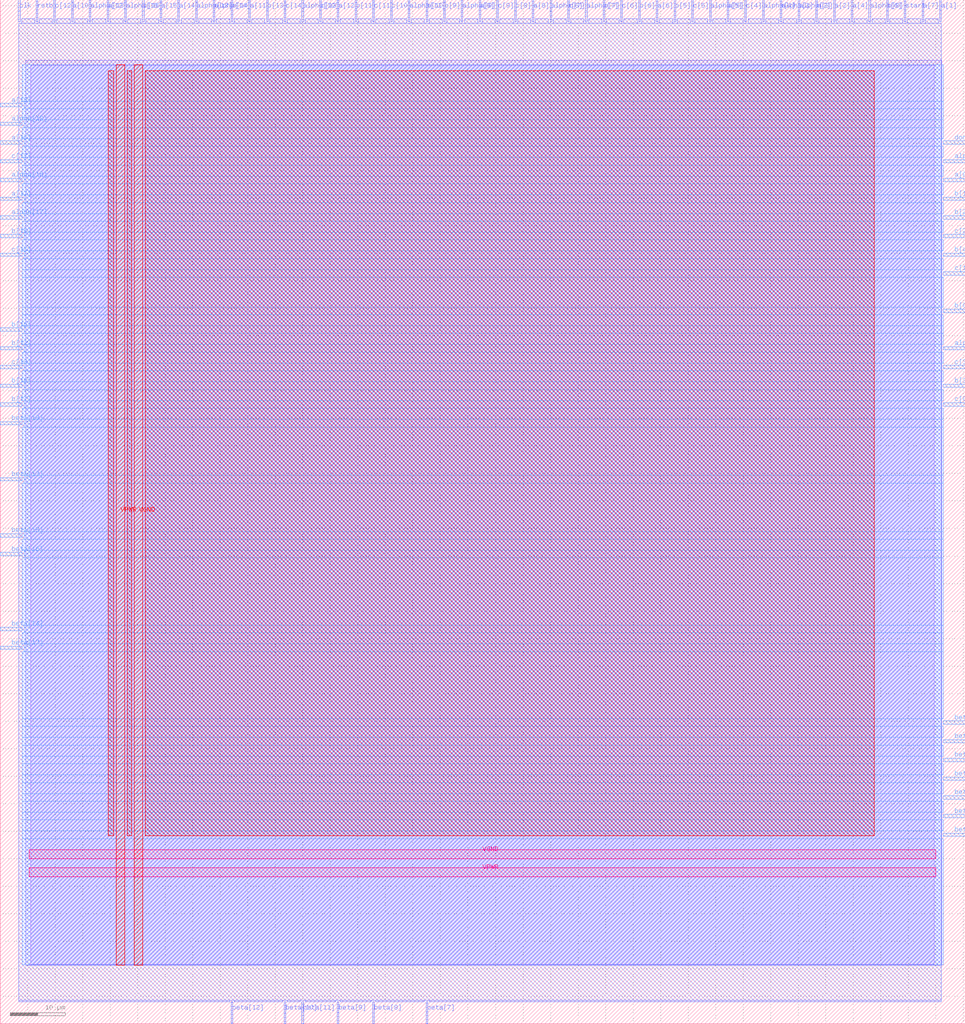
<source format=lef>
VERSION 5.7 ;
  NOWIREEXTENSIONATPIN ON ;
  DIVIDERCHAR "/" ;
  BUSBITCHARS "[]" ;
MACRO inverse_clarke
  CLASS BLOCK ;
  FOREIGN inverse_clarke ;
  ORIGIN 0.000 0.000 ;
  SIZE 175.365 BY 186.085 ;
  PIN VGND
    DIRECTION INOUT ;
    USE GROUND ;
    PORT
      LAYER met4 ;
        RECT 24.340 10.640 25.940 174.320 ;
    END
    PORT
      LAYER met5 ;
        RECT 5.280 30.030 169.980 31.630 ;
    END
  END VGND
  PIN VPWR
    DIRECTION INOUT ;
    USE POWER ;
    PORT
      LAYER met4 ;
        RECT 21.040 10.640 22.640 174.320 ;
    END
    PORT
      LAYER met5 ;
        RECT 5.280 26.730 169.980 28.330 ;
    END
  END VPWR
  PIN a[0]
    DIRECTION OUTPUT ;
    USE SIGNAL ;
    ANTENNADIFFAREA 0.795200 ;
    PORT
      LAYER met3 ;
        RECT 171.365 153.040 175.365 153.640 ;
    END
  END a[0]
  PIN a[10]
    DIRECTION OUTPUT ;
    USE SIGNAL ;
    ANTENNADIFFAREA 0.795200 ;
    PORT
      LAYER met2 ;
        RECT 12.970 182.085 13.250 186.085 ;
    END
  END a[10]
  PIN a[11]
    DIRECTION OUTPUT ;
    USE SIGNAL ;
    ANTENNADIFFAREA 0.445500 ;
    PORT
      LAYER met2 ;
        RECT 45.170 182.085 45.450 186.085 ;
    END
  END a[11]
  PIN a[12]
    DIRECTION OUTPUT ;
    USE SIGNAL ;
    ANTENNADIFFAREA 0.795200 ;
    PORT
      LAYER met2 ;
        RECT 61.270 182.085 61.550 186.085 ;
    END
  END a[12]
  PIN a[13]
    DIRECTION OUTPUT ;
    USE SIGNAL ;
    ANTENNADIFFAREA 0.795200 ;
    PORT
      LAYER met2 ;
        RECT 19.410 182.085 19.690 186.085 ;
    END
  END a[13]
  PIN a[14]
    DIRECTION OUTPUT ;
    USE SIGNAL ;
    ANTENNADIFFAREA 0.795200 ;
    PORT
      LAYER met2 ;
        RECT 32.290 182.085 32.570 186.085 ;
    END
  END a[14]
  PIN a[15]
    DIRECTION OUTPUT ;
    USE SIGNAL ;
    ANTENNADIFFAREA 0.795200 ;
    PORT
      LAYER met2 ;
        RECT 29.070 182.085 29.350 186.085 ;
    END
  END a[15]
  PIN a[16]
    DIRECTION OUTPUT ;
    USE SIGNAL ;
    ANTENNADIFFAREA 0.795200 ;
    PORT
      LAYER met3 ;
        RECT 0.000 159.840 4.000 160.440 ;
    END
  END a[16]
  PIN a[17]
    DIRECTION OUTPUT ;
    USE SIGNAL ;
    ANTENNADIFFAREA 0.795200 ;
    PORT
      LAYER met3 ;
        RECT 0.000 149.640 4.000 150.240 ;
    END
  END a[17]
  PIN a[18]
    DIRECTION OUTPUT ;
    USE SIGNAL ;
    ANTENNADIFFAREA 0.795200 ;
    PORT
      LAYER met3 ;
        RECT 0.000 166.640 4.000 167.240 ;
    END
  END a[18]
  PIN a[1]
    DIRECTION OUTPUT ;
    USE SIGNAL ;
    ANTENNADIFFAREA 0.795200 ;
    PORT
      LAYER met2 ;
        RECT 170.750 182.085 171.030 186.085 ;
    END
  END a[1]
  PIN a[2]
    DIRECTION OUTPUT ;
    USE SIGNAL ;
    ANTENNADIFFAREA 0.795200 ;
    PORT
      LAYER met2 ;
        RECT 151.430 182.085 151.710 186.085 ;
    END
  END a[2]
  PIN a[3]
    DIRECTION OUTPUT ;
    USE SIGNAL ;
    ANTENNADIFFAREA 0.795200 ;
    PORT
      LAYER met2 ;
        RECT 148.210 182.085 148.490 186.085 ;
    END
  END a[3]
  PIN a[4]
    DIRECTION OUTPUT ;
    USE SIGNAL ;
    ANTENNADIFFAREA 0.795200 ;
    PORT
      LAYER met2 ;
        RECT 154.650 182.085 154.930 186.085 ;
    END
  END a[4]
  PIN a[5]
    DIRECTION OUTPUT ;
    USE SIGNAL ;
    ANTENNADIFFAREA 0.795200 ;
    PORT
      LAYER met2 ;
        RECT 132.110 182.085 132.390 186.085 ;
    END
  END a[5]
  PIN a[6]
    DIRECTION OUTPUT ;
    USE SIGNAL ;
    ANTENNADIFFAREA 0.795200 ;
    PORT
      LAYER met2 ;
        RECT 119.230 182.085 119.510 186.085 ;
    END
  END a[6]
  PIN a[7]
    DIRECTION OUTPUT ;
    USE SIGNAL ;
    ANTENNADIFFAREA 0.795200 ;
    PORT
      LAYER met2 ;
        RECT 167.530 182.085 167.810 186.085 ;
    END
  END a[7]
  PIN a[8]
    DIRECTION OUTPUT ;
    USE SIGNAL ;
    ANTENNADIFFAREA 0.795200 ;
    PORT
      LAYER met2 ;
        RECT 96.690 182.085 96.970 186.085 ;
    END
  END a[8]
  PIN a[9]
    DIRECTION OUTPUT ;
    USE SIGNAL ;
    ANTENNADIFFAREA 0.795200 ;
    PORT
      LAYER met2 ;
        RECT 87.030 182.085 87.310 186.085 ;
    END
  END a[9]
  PIN alpha[0]
    DIRECTION INPUT ;
    USE SIGNAL ;
    ANTENNAGATEAREA 0.196500 ;
    PORT
      LAYER met3 ;
        RECT 171.365 122.440 175.365 123.040 ;
    END
  END alpha[0]
  PIN alpha[10]
    DIRECTION INPUT ;
    USE SIGNAL ;
    ANTENNAGATEAREA 0.213000 ;
    PORT
      LAYER met2 ;
        RECT 54.830 182.085 55.110 186.085 ;
    END
  END alpha[10]
  PIN alpha[11]
    DIRECTION INPUT ;
    USE SIGNAL ;
    ANTENNAGATEAREA 0.196500 ;
    PORT
      LAYER met2 ;
        RECT 74.150 182.085 74.430 186.085 ;
    END
  END alpha[11]
  PIN alpha[12]
    DIRECTION INPUT ;
    USE SIGNAL ;
    ANTENNAGATEAREA 0.196500 ;
    PORT
      LAYER met2 ;
        RECT 16.190 182.085 16.470 186.085 ;
    END
  END alpha[12]
  PIN alpha[13]
    DIRECTION INPUT ;
    USE SIGNAL ;
    ANTENNAGATEAREA 0.159000 ;
    PORT
      LAYER met2 ;
        RECT 35.510 182.085 35.790 186.085 ;
    END
  END alpha[13]
  PIN alpha[14]
    DIRECTION INPUT ;
    USE SIGNAL ;
    ANTENNAGATEAREA 0.196500 ;
    PORT
      LAYER met2 ;
        RECT 38.730 182.085 39.010 186.085 ;
    END
  END alpha[14]
  PIN alpha[15]
    DIRECTION INPUT ;
    USE SIGNAL ;
    ANTENNAGATEAREA 0.196500 ;
    PORT
      LAYER met2 ;
        RECT 22.630 182.085 22.910 186.085 ;
    END
  END alpha[15]
  PIN alpha[16]
    DIRECTION INPUT ;
    USE SIGNAL ;
    ANTENNAGATEAREA 0.196500 ;
    PORT
      LAYER met3 ;
        RECT 0.000 153.040 4.000 153.640 ;
    END
  END alpha[16]
  PIN alpha[17]
    DIRECTION INPUT ;
    USE SIGNAL ;
    ANTENNAGATEAREA 0.196500 ;
    PORT
      LAYER met3 ;
        RECT 0.000 146.240 4.000 146.840 ;
    END
  END alpha[17]
  PIN alpha[18]
    DIRECTION INPUT ;
    USE SIGNAL ;
    ANTENNAGATEAREA 0.196500 ;
    PORT
      LAYER met3 ;
        RECT 0.000 163.240 4.000 163.840 ;
    END
  END alpha[18]
  PIN alpha[1]
    DIRECTION INPUT ;
    USE SIGNAL ;
    ANTENNAGATEAREA 0.196500 ;
    PORT
      LAYER met3 ;
        RECT 171.365 156.440 175.365 157.040 ;
    END
  END alpha[1]
  PIN alpha[2]
    DIRECTION INPUT ;
    USE SIGNAL ;
    ANTENNAGATEAREA 0.213000 ;
    PORT
      LAYER met2 ;
        RECT 144.990 182.085 145.270 186.085 ;
    END
  END alpha[2]
  PIN alpha[3]
    DIRECTION INPUT ;
    USE SIGNAL ;
    ANTENNAGATEAREA 0.196500 ;
    PORT
      LAYER met2 ;
        RECT 141.770 182.085 142.050 186.085 ;
    END
  END alpha[3]
  PIN alpha[4]
    DIRECTION INPUT ;
    USE SIGNAL ;
    ANTENNAGATEAREA 0.213000 ;
    PORT
      LAYER met2 ;
        RECT 138.550 182.085 138.830 186.085 ;
    END
  END alpha[4]
  PIN alpha[5]
    DIRECTION INPUT ;
    USE SIGNAL ;
    ANTENNAGATEAREA 0.196500 ;
    PORT
      LAYER met2 ;
        RECT 128.890 182.085 129.170 186.085 ;
    END
  END alpha[5]
  PIN alpha[6]
    DIRECTION INPUT ;
    USE SIGNAL ;
    ANTENNAGATEAREA 0.196500 ;
    PORT
      LAYER met2 ;
        RECT 157.870 182.085 158.150 186.085 ;
    END
  END alpha[6]
  PIN alpha[7]
    DIRECTION INPUT ;
    USE SIGNAL ;
    ANTENNAGATEAREA 0.126000 ;
    PORT
      LAYER met2 ;
        RECT 106.350 182.085 106.630 186.085 ;
    END
  END alpha[7]
  PIN alpha[8]
    DIRECTION INPUT ;
    USE SIGNAL ;
    ANTENNAGATEAREA 0.196500 ;
    PORT
      LAYER met2 ;
        RECT 99.910 182.085 100.190 186.085 ;
    END
  END alpha[8]
  PIN alpha[9]
    DIRECTION INPUT ;
    USE SIGNAL ;
    ANTENNAGATEAREA 0.196500 ;
    PORT
      LAYER met2 ;
        RECT 83.810 182.085 84.090 186.085 ;
    END
  END alpha[9]
  PIN b[0]
    DIRECTION OUTPUT ;
    USE SIGNAL ;
    ANTENNADIFFAREA 0.795200 ;
    PORT
      LAYER met3 ;
        RECT 171.365 129.240 175.365 129.840 ;
    END
  END b[0]
  PIN b[10]
    DIRECTION OUTPUT ;
    USE SIGNAL ;
    ANTENNADIFFAREA 0.795200 ;
    PORT
      LAYER met2 ;
        RECT 77.370 182.085 77.650 186.085 ;
    END
  END b[10]
  PIN b[11]
    DIRECTION OUTPUT ;
    USE SIGNAL ;
    ANTENNADIFFAREA 0.795200 ;
    PORT
      LAYER met2 ;
        RECT 64.490 182.085 64.770 186.085 ;
    END
  END b[11]
  PIN b[12]
    DIRECTION OUTPUT ;
    USE SIGNAL ;
    ANTENNADIFFAREA 0.795200 ;
    PORT
      LAYER met3 ;
        RECT 0.000 122.440 4.000 123.040 ;
    END
  END b[12]
  PIN b[13]
    DIRECTION OUTPUT ;
    USE SIGNAL ;
    ANTENNADIFFAREA 0.795200 ;
    PORT
      LAYER met2 ;
        RECT 48.390 182.085 48.670 186.085 ;
    END
  END b[13]
  PIN b[14]
    DIRECTION OUTPUT ;
    USE SIGNAL ;
    ANTENNADIFFAREA 0.795200 ;
    PORT
      LAYER met2 ;
        RECT 41.950 182.085 42.230 186.085 ;
    END
  END b[14]
  PIN b[15]
    DIRECTION OUTPUT ;
    USE SIGNAL ;
    ANTENNADIFFAREA 0.795200 ;
    PORT
      LAYER met3 ;
        RECT 0.000 142.840 4.000 143.440 ;
    END
  END b[15]
  PIN b[16]
    DIRECTION OUTPUT ;
    USE SIGNAL ;
    ANTENNADIFFAREA 0.795200 ;
    PORT
      LAYER met3 ;
        RECT 0.000 125.840 4.000 126.440 ;
    END
  END b[16]
  PIN b[17]
    DIRECTION OUTPUT ;
    USE SIGNAL ;
    ANTENNADIFFAREA 0.795200 ;
    PORT
      LAYER met3 ;
        RECT 0.000 112.240 4.000 112.840 ;
    END
  END b[17]
  PIN b[18]
    DIRECTION OUTPUT ;
    USE SIGNAL ;
    ANTENNADIFFAREA 0.795200 ;
    PORT
      LAYER met3 ;
        RECT 0.000 115.640 4.000 116.240 ;
    END
  END b[18]
  PIN b[1]
    DIRECTION OUTPUT ;
    USE SIGNAL ;
    ANTENNADIFFAREA 0.445500 ;
    PORT
      LAYER met3 ;
        RECT 171.365 149.640 175.365 150.240 ;
    END
  END b[1]
  PIN b[2]
    DIRECTION OUTPUT ;
    USE SIGNAL ;
    ANTENNADIFFAREA 0.445500 ;
    PORT
      LAYER met3 ;
        RECT 171.365 146.240 175.365 146.840 ;
    END
  END b[2]
  PIN b[3]
    DIRECTION OUTPUT ;
    USE SIGNAL ;
    ANTENNADIFFAREA 0.795200 ;
    PORT
      LAYER met3 ;
        RECT 171.365 115.640 175.365 116.240 ;
    END
  END b[3]
  PIN b[4]
    DIRECTION OUTPUT ;
    USE SIGNAL ;
    ANTENNADIFFAREA 0.445500 ;
    PORT
      LAYER met3 ;
        RECT 171.365 139.440 175.365 140.040 ;
    END
  END b[4]
  PIN b[5]
    DIRECTION OUTPUT ;
    USE SIGNAL ;
    ANTENNADIFFAREA 0.795200 ;
    PORT
      LAYER met2 ;
        RECT 122.450 182.085 122.730 186.085 ;
    END
  END b[5]
  PIN b[6]
    DIRECTION OUTPUT ;
    USE SIGNAL ;
    ANTENNADIFFAREA 0.795200 ;
    PORT
      LAYER met2 ;
        RECT 116.010 182.085 116.290 186.085 ;
    END
  END b[6]
  PIN b[7]
    DIRECTION OUTPUT ;
    USE SIGNAL ;
    ANTENNADIFFAREA 0.795200 ;
    PORT
      LAYER met2 ;
        RECT 109.570 182.085 109.850 186.085 ;
    END
  END b[7]
  PIN b[8]
    DIRECTION OUTPUT ;
    USE SIGNAL ;
    ANTENNADIFFAREA 0.795200 ;
    PORT
      LAYER met2 ;
        RECT 161.090 182.085 161.370 186.085 ;
    END
  END b[8]
  PIN b[9]
    DIRECTION OUTPUT ;
    USE SIGNAL ;
    ANTENNADIFFAREA 0.795200 ;
    PORT
      LAYER met2 ;
        RECT 80.590 182.085 80.870 186.085 ;
    END
  END b[9]
  PIN beta[0]
    DIRECTION INPUT ;
    USE SIGNAL ;
    ANTENNAGATEAREA 0.213000 ;
    PORT
      LAYER met3 ;
        RECT 171.365 34.040 175.365 34.640 ;
    END
  END beta[0]
  PIN beta[10]
    DIRECTION INPUT ;
    USE SIGNAL ;
    ANTENNAGATEAREA 0.196500 ;
    PORT
      LAYER met2 ;
        RECT 51.610 0.000 51.890 4.000 ;
    END
  END beta[10]
  PIN beta[11]
    DIRECTION INPUT ;
    USE SIGNAL ;
    ANTENNAGATEAREA 0.196500 ;
    PORT
      LAYER met2 ;
        RECT 54.830 0.000 55.110 4.000 ;
    END
  END beta[11]
  PIN beta[12]
    DIRECTION INPUT ;
    USE SIGNAL ;
    ANTENNAGATEAREA 0.196500 ;
    PORT
      LAYER met2 ;
        RECT 41.950 0.000 42.230 4.000 ;
    END
  END beta[12]
  PIN beta[13]
    DIRECTION INPUT ;
    USE SIGNAL ;
    ANTENNAGATEAREA 0.196500 ;
    PORT
      LAYER met3 ;
        RECT 0.000 98.640 4.000 99.240 ;
    END
  END beta[13]
  PIN beta[14]
    DIRECTION INPUT ;
    USE SIGNAL ;
    ANTENNAGATEAREA 0.196500 ;
    PORT
      LAYER met3 ;
        RECT 0.000 71.440 4.000 72.040 ;
    END
  END beta[14]
  PIN beta[15]
    DIRECTION INPUT ;
    USE SIGNAL ;
    ANTENNAGATEAREA 0.196500 ;
    PORT
      LAYER met3 ;
        RECT 0.000 88.440 4.000 89.040 ;
    END
  END beta[15]
  PIN beta[16]
    DIRECTION INPUT ;
    USE SIGNAL ;
    ANTENNAGATEAREA 0.196500 ;
    PORT
      LAYER met3 ;
        RECT 0.000 85.040 4.000 85.640 ;
    END
  END beta[16]
  PIN beta[17]
    DIRECTION INPUT ;
    USE SIGNAL ;
    ANTENNAGATEAREA 0.196500 ;
    PORT
      LAYER met3 ;
        RECT 0.000 68.040 4.000 68.640 ;
    END
  END beta[17]
  PIN beta[18]
    DIRECTION INPUT ;
    USE SIGNAL ;
    ANTENNAGATEAREA 0.196500 ;
    PORT
      LAYER met3 ;
        RECT 0.000 108.840 4.000 109.440 ;
    END
  END beta[18]
  PIN beta[1]
    DIRECTION INPUT ;
    USE SIGNAL ;
    ANTENNAGATEAREA 0.159000 ;
    PORT
      LAYER met3 ;
        RECT 171.365 37.440 175.365 38.040 ;
    END
  END beta[1]
  PIN beta[2]
    DIRECTION INPUT ;
    USE SIGNAL ;
    ANTENNAGATEAREA 0.196500 ;
    PORT
      LAYER met3 ;
        RECT 171.365 40.840 175.365 41.440 ;
    END
  END beta[2]
  PIN beta[3]
    DIRECTION INPUT ;
    USE SIGNAL ;
    ANTENNAGATEAREA 0.196500 ;
    PORT
      LAYER met3 ;
        RECT 171.365 44.240 175.365 44.840 ;
    END
  END beta[3]
  PIN beta[4]
    DIRECTION INPUT ;
    USE SIGNAL ;
    ANTENNAGATEAREA 0.495000 ;
    PORT
      LAYER met3 ;
        RECT 171.365 47.640 175.365 48.240 ;
    END
  END beta[4]
  PIN beta[5]
    DIRECTION INPUT ;
    USE SIGNAL ;
    ANTENNAGATEAREA 0.196500 ;
    PORT
      LAYER met3 ;
        RECT 171.365 51.040 175.365 51.640 ;
    END
  END beta[5]
  PIN beta[6]
    DIRECTION INPUT ;
    USE SIGNAL ;
    ANTENNAGATEAREA 0.196500 ;
    PORT
      LAYER met3 ;
        RECT 171.365 54.440 175.365 55.040 ;
    END
  END beta[6]
  PIN beta[7]
    DIRECTION INPUT ;
    USE SIGNAL ;
    ANTENNAGATEAREA 0.213000 ;
    PORT
      LAYER met2 ;
        RECT 77.370 0.000 77.650 4.000 ;
    END
  END beta[7]
  PIN beta[8]
    DIRECTION INPUT ;
    USE SIGNAL ;
    ANTENNAGATEAREA 0.196500 ;
    PORT
      LAYER met2 ;
        RECT 67.710 0.000 67.990 4.000 ;
    END
  END beta[8]
  PIN beta[9]
    DIRECTION INPUT ;
    USE SIGNAL ;
    ANTENNAGATEAREA 0.196500 ;
    PORT
      LAYER met2 ;
        RECT 61.270 0.000 61.550 4.000 ;
    END
  END beta[9]
  PIN c[0]
    DIRECTION OUTPUT ;
    USE SIGNAL ;
    ANTENNADIFFAREA 0.445500 ;
    PORT
      LAYER met3 ;
        RECT 171.365 112.240 175.365 112.840 ;
    END
  END c[0]
  PIN c[10]
    DIRECTION OUTPUT ;
    USE SIGNAL ;
    ANTENNADIFFAREA 0.795200 ;
    PORT
      LAYER met2 ;
        RECT 70.930 182.085 71.210 186.085 ;
    END
  END c[10]
  PIN c[11]
    DIRECTION OUTPUT ;
    USE SIGNAL ;
    ANTENNADIFFAREA 0.795200 ;
    PORT
      LAYER met2 ;
        RECT 67.710 182.085 67.990 186.085 ;
    END
  END c[11]
  PIN c[12]
    DIRECTION OUTPUT ;
    USE SIGNAL ;
    ANTENNADIFFAREA 0.795200 ;
    PORT
      LAYER met2 ;
        RECT 9.750 182.085 10.030 186.085 ;
    END
  END c[12]
  PIN c[13]
    DIRECTION OUTPUT ;
    USE SIGNAL ;
    ANTENNADIFFAREA 0.795200 ;
    PORT
      LAYER met2 ;
        RECT 58.050 182.085 58.330 186.085 ;
    END
  END c[13]
  PIN c[14]
    DIRECTION OUTPUT ;
    USE SIGNAL ;
    ANTENNADIFFAREA 0.795200 ;
    PORT
      LAYER met2 ;
        RECT 51.610 182.085 51.890 186.085 ;
    END
  END c[14]
  PIN c[15]
    DIRECTION OUTPUT ;
    USE SIGNAL ;
    ANTENNADIFFAREA 0.795200 ;
    PORT
      LAYER met3 ;
        RECT 0.000 139.440 4.000 140.040 ;
    END
  END c[15]
  PIN c[16]
    DIRECTION OUTPUT ;
    USE SIGNAL ;
    ANTENNADIFFAREA 0.795200 ;
    PORT
      LAYER met2 ;
        RECT 25.850 182.085 26.130 186.085 ;
    END
  END c[16]
  PIN c[17]
    DIRECTION OUTPUT ;
    USE SIGNAL ;
    ANTENNADIFFAREA 0.795200 ;
    PORT
      LAYER met3 ;
        RECT 0.000 156.440 4.000 157.040 ;
    END
  END c[17]
  PIN c[18]
    DIRECTION OUTPUT ;
    USE SIGNAL ;
    ANTENNADIFFAREA 0.795200 ;
    PORT
      LAYER met3 ;
        RECT 0.000 119.040 4.000 119.640 ;
    END
  END c[18]
  PIN c[1]
    DIRECTION OUTPUT ;
    USE SIGNAL ;
    ANTENNADIFFAREA 0.795200 ;
    PORT
      LAYER met3 ;
        RECT 171.365 136.040 175.365 136.640 ;
    END
  END c[1]
  PIN c[2]
    DIRECTION OUTPUT ;
    USE SIGNAL ;
    ANTENNADIFFAREA 0.795200 ;
    PORT
      LAYER met3 ;
        RECT 171.365 142.840 175.365 143.440 ;
    END
  END c[2]
  PIN c[3]
    DIRECTION OUTPUT ;
    USE SIGNAL ;
    ANTENNADIFFAREA 0.445500 ;
    PORT
      LAYER met3 ;
        RECT 171.365 119.040 175.365 119.640 ;
    END
  END c[3]
  PIN c[4]
    DIRECTION OUTPUT ;
    USE SIGNAL ;
    ANTENNADIFFAREA 0.795200 ;
    PORT
      LAYER met2 ;
        RECT 135.330 182.085 135.610 186.085 ;
    END
  END c[4]
  PIN c[5]
    DIRECTION OUTPUT ;
    USE SIGNAL ;
    ANTENNADIFFAREA 0.795200 ;
    PORT
      LAYER met2 ;
        RECT 125.670 182.085 125.950 186.085 ;
    END
  END c[5]
  PIN c[6]
    DIRECTION OUTPUT ;
    USE SIGNAL ;
    ANTENNADIFFAREA 0.795200 ;
    PORT
      LAYER met2 ;
        RECT 112.790 182.085 113.070 186.085 ;
    END
  END c[6]
  PIN c[7]
    DIRECTION OUTPUT ;
    USE SIGNAL ;
    ANTENNADIFFAREA 0.795200 ;
    PORT
      LAYER met2 ;
        RECT 103.130 182.085 103.410 186.085 ;
    END
  END c[7]
  PIN c[8]
    DIRECTION OUTPUT ;
    USE SIGNAL ;
    ANTENNADIFFAREA 0.445500 ;
    PORT
      LAYER met2 ;
        RECT 93.470 182.085 93.750 186.085 ;
    END
  END c[8]
  PIN c[9]
    DIRECTION OUTPUT ;
    USE SIGNAL ;
    ANTENNADIFFAREA 0.795200 ;
    PORT
      LAYER met2 ;
        RECT 90.250 182.085 90.530 186.085 ;
    END
  END c[9]
  PIN clk
    DIRECTION INPUT ;
    USE SIGNAL ;
    ANTENNAGATEAREA 0.852000 ;
    PORT
      LAYER met2 ;
        RECT 3.310 182.085 3.590 186.085 ;
    END
  END clk
  PIN done
    DIRECTION OUTPUT ;
    USE SIGNAL ;
    ANTENNADIFFAREA 0.795200 ;
    PORT
      LAYER met3 ;
        RECT 171.365 159.840 175.365 160.440 ;
    END
  END done
  PIN rstb
    DIRECTION INPUT ;
    USE SIGNAL ;
    ANTENNAGATEAREA 0.213000 ;
    PORT
      LAYER met2 ;
        RECT 6.530 182.085 6.810 186.085 ;
    END
  END rstb
  PIN start
    DIRECTION INPUT ;
    USE SIGNAL ;
    ANTENNAGATEAREA 0.213000 ;
    PORT
      LAYER met2 ;
        RECT 164.310 182.085 164.590 186.085 ;
    END
  END start
  OBS
      LAYER li1 ;
        RECT 5.520 10.795 169.740 174.165 ;
      LAYER met1 ;
        RECT 4.670 10.640 171.050 175.060 ;
      LAYER met2 ;
        RECT 3.870 181.805 6.250 182.650 ;
        RECT 7.090 181.805 9.470 182.650 ;
        RECT 10.310 181.805 12.690 182.650 ;
        RECT 13.530 181.805 15.910 182.650 ;
        RECT 16.750 181.805 19.130 182.650 ;
        RECT 19.970 181.805 22.350 182.650 ;
        RECT 23.190 181.805 25.570 182.650 ;
        RECT 26.410 181.805 28.790 182.650 ;
        RECT 29.630 181.805 32.010 182.650 ;
        RECT 32.850 181.805 35.230 182.650 ;
        RECT 36.070 181.805 38.450 182.650 ;
        RECT 39.290 181.805 41.670 182.650 ;
        RECT 42.510 181.805 44.890 182.650 ;
        RECT 45.730 181.805 48.110 182.650 ;
        RECT 48.950 181.805 51.330 182.650 ;
        RECT 52.170 181.805 54.550 182.650 ;
        RECT 55.390 181.805 57.770 182.650 ;
        RECT 58.610 181.805 60.990 182.650 ;
        RECT 61.830 181.805 64.210 182.650 ;
        RECT 65.050 181.805 67.430 182.650 ;
        RECT 68.270 181.805 70.650 182.650 ;
        RECT 71.490 181.805 73.870 182.650 ;
        RECT 74.710 181.805 77.090 182.650 ;
        RECT 77.930 181.805 80.310 182.650 ;
        RECT 81.150 181.805 83.530 182.650 ;
        RECT 84.370 181.805 86.750 182.650 ;
        RECT 87.590 181.805 89.970 182.650 ;
        RECT 90.810 181.805 93.190 182.650 ;
        RECT 94.030 181.805 96.410 182.650 ;
        RECT 97.250 181.805 99.630 182.650 ;
        RECT 100.470 181.805 102.850 182.650 ;
        RECT 103.690 181.805 106.070 182.650 ;
        RECT 106.910 181.805 109.290 182.650 ;
        RECT 110.130 181.805 112.510 182.650 ;
        RECT 113.350 181.805 115.730 182.650 ;
        RECT 116.570 181.805 118.950 182.650 ;
        RECT 119.790 181.805 122.170 182.650 ;
        RECT 123.010 181.805 125.390 182.650 ;
        RECT 126.230 181.805 128.610 182.650 ;
        RECT 129.450 181.805 131.830 182.650 ;
        RECT 132.670 181.805 135.050 182.650 ;
        RECT 135.890 181.805 138.270 182.650 ;
        RECT 139.110 181.805 141.490 182.650 ;
        RECT 142.330 181.805 144.710 182.650 ;
        RECT 145.550 181.805 147.930 182.650 ;
        RECT 148.770 181.805 151.150 182.650 ;
        RECT 151.990 181.805 154.370 182.650 ;
        RECT 155.210 181.805 157.590 182.650 ;
        RECT 158.430 181.805 160.810 182.650 ;
        RECT 161.650 181.805 164.030 182.650 ;
        RECT 164.870 181.805 167.250 182.650 ;
        RECT 168.090 181.805 170.470 182.650 ;
        RECT 3.380 4.280 171.020 181.805 ;
        RECT 3.380 4.000 41.670 4.280 ;
        RECT 42.510 4.000 51.330 4.280 ;
        RECT 52.170 4.000 54.550 4.280 ;
        RECT 55.390 4.000 60.990 4.280 ;
        RECT 61.830 4.000 67.430 4.280 ;
        RECT 68.270 4.000 77.090 4.280 ;
        RECT 77.930 4.000 171.020 4.280 ;
      LAYER met3 ;
        RECT 3.990 167.640 171.365 174.245 ;
        RECT 4.400 166.240 171.365 167.640 ;
        RECT 3.990 164.240 171.365 166.240 ;
        RECT 4.400 162.840 171.365 164.240 ;
        RECT 3.990 160.840 171.365 162.840 ;
        RECT 4.400 159.440 170.965 160.840 ;
        RECT 3.990 157.440 171.365 159.440 ;
        RECT 4.400 156.040 170.965 157.440 ;
        RECT 3.990 154.040 171.365 156.040 ;
        RECT 4.400 152.640 170.965 154.040 ;
        RECT 3.990 150.640 171.365 152.640 ;
        RECT 4.400 149.240 170.965 150.640 ;
        RECT 3.990 147.240 171.365 149.240 ;
        RECT 4.400 145.840 170.965 147.240 ;
        RECT 3.990 143.840 171.365 145.840 ;
        RECT 4.400 142.440 170.965 143.840 ;
        RECT 3.990 140.440 171.365 142.440 ;
        RECT 4.400 139.040 170.965 140.440 ;
        RECT 3.990 137.040 171.365 139.040 ;
        RECT 3.990 135.640 170.965 137.040 ;
        RECT 3.990 130.240 171.365 135.640 ;
        RECT 3.990 128.840 170.965 130.240 ;
        RECT 3.990 126.840 171.365 128.840 ;
        RECT 4.400 125.440 171.365 126.840 ;
        RECT 3.990 123.440 171.365 125.440 ;
        RECT 4.400 122.040 170.965 123.440 ;
        RECT 3.990 120.040 171.365 122.040 ;
        RECT 4.400 118.640 170.965 120.040 ;
        RECT 3.990 116.640 171.365 118.640 ;
        RECT 4.400 115.240 170.965 116.640 ;
        RECT 3.990 113.240 171.365 115.240 ;
        RECT 4.400 111.840 170.965 113.240 ;
        RECT 3.990 109.840 171.365 111.840 ;
        RECT 4.400 108.440 171.365 109.840 ;
        RECT 3.990 99.640 171.365 108.440 ;
        RECT 4.400 98.240 171.365 99.640 ;
        RECT 3.990 89.440 171.365 98.240 ;
        RECT 4.400 88.040 171.365 89.440 ;
        RECT 3.990 86.040 171.365 88.040 ;
        RECT 4.400 84.640 171.365 86.040 ;
        RECT 3.990 72.440 171.365 84.640 ;
        RECT 4.400 71.040 171.365 72.440 ;
        RECT 3.990 69.040 171.365 71.040 ;
        RECT 4.400 67.640 171.365 69.040 ;
        RECT 3.990 55.440 171.365 67.640 ;
        RECT 3.990 54.040 170.965 55.440 ;
        RECT 3.990 52.040 171.365 54.040 ;
        RECT 3.990 50.640 170.965 52.040 ;
        RECT 3.990 48.640 171.365 50.640 ;
        RECT 3.990 47.240 170.965 48.640 ;
        RECT 3.990 45.240 171.365 47.240 ;
        RECT 3.990 43.840 170.965 45.240 ;
        RECT 3.990 41.840 171.365 43.840 ;
        RECT 3.990 40.440 170.965 41.840 ;
        RECT 3.990 38.440 171.365 40.440 ;
        RECT 3.990 37.040 170.965 38.440 ;
        RECT 3.990 35.040 171.365 37.040 ;
        RECT 3.990 33.640 170.965 35.040 ;
        RECT 3.990 10.715 171.365 33.640 ;
      LAYER met4 ;
        RECT 19.615 34.175 20.640 173.225 ;
        RECT 23.040 34.175 23.940 173.225 ;
        RECT 26.340 34.175 158.865 173.225 ;
  END
END inverse_clarke
END LIBRARY


</source>
